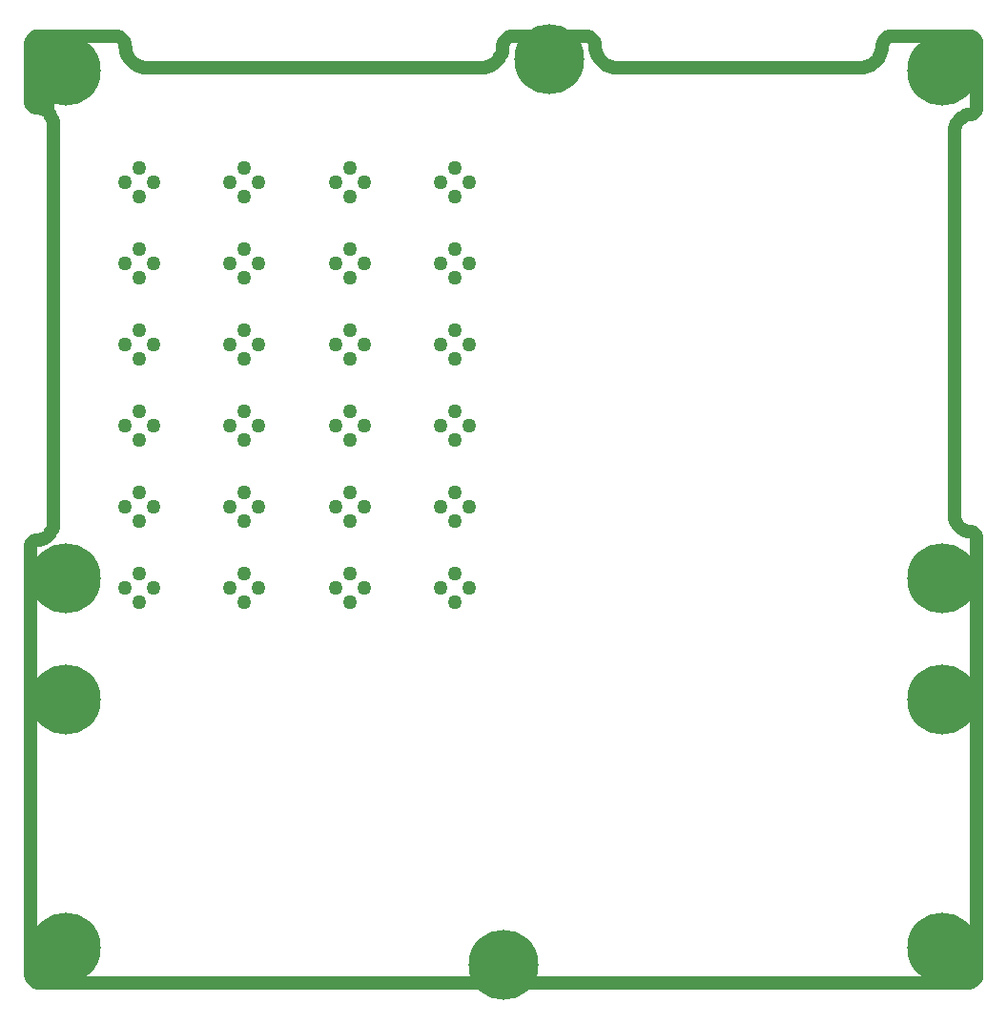
<source format=gbr>
G04*
G04 #@! TF.GenerationSoftware,Altium Limited,Altium Designer,25.8.1 (18)*
G04*
G04 Layer_Color=8388736*
%FSLAX44Y44*%
%MOMM*%
G71*
G04*
G04 #@! TF.SameCoordinates,EA6E8681-586E-412E-AD3A-A28C1D5D0A19*
G04*
G04*
G04 #@! TF.FilePolarity,Negative*
G04*
G01*
G75*
%ADD14C,1.2000*%
%ADD15R,2.3705X2.6588*%
%ADD16R,2.4048X2.1138*%
%ADD17R,2.2408X6.7228*%
%ADD18R,2.4892X2.2352*%
%ADD19C,0.3000*%
%ADD20C,0.8032*%
%ADD21C,1.4032*%
%ADD22C,6.2032*%
%ADD23C,1.2700*%
D14*
X844960Y838000D02*
X844430Y840664D01*
X842922Y842922D01*
X840664Y844430D01*
X838000Y844960D01*
X770000D02*
X767682Y844655D01*
X765523Y843761D01*
X763667Y842339D01*
X762243Y840485D01*
X761347Y838326D01*
X761040Y836009D01*
X742000Y816960D02*
X744485Y817123D01*
X746928Y817609D01*
X749286Y818409D01*
X751520Y819511D01*
X753591Y820895D01*
X755463Y822537D01*
X757105Y824409D01*
X758489Y826480D01*
X759591Y828714D01*
X760391Y831072D01*
X760877Y833515D01*
X761040Y836000D01*
X824960Y420000D02*
X825189Y417388D01*
X825867Y414856D01*
X826975Y412480D01*
X828479Y410332D01*
X830332Y408479D01*
X832480Y406975D01*
X834856Y405867D01*
X837388Y405188D01*
X840000Y404960D01*
X506260Y836009D02*
X505953Y838326D01*
X505057Y840485D01*
X503633Y842339D01*
X501777Y843761D01*
X499618Y844655D01*
X497300Y844960D01*
X506260Y836000D02*
X506423Y833515D01*
X506909Y831072D01*
X507709Y828714D01*
X508811Y826480D01*
X510195Y824409D01*
X511837Y822537D01*
X513709Y820895D01*
X515780Y819511D01*
X518014Y818409D01*
X520372Y817609D01*
X522815Y817123D01*
X525300Y816960D01*
X433300Y844960D02*
X430982Y844655D01*
X428823Y843761D01*
X426967Y842339D01*
X425543Y840485D01*
X424647Y838326D01*
X424340Y836009D01*
X405300Y816960D02*
X407785Y817123D01*
X410228Y817609D01*
X412586Y818409D01*
X414820Y819511D01*
X416891Y820895D01*
X418763Y822537D01*
X420405Y824409D01*
X421789Y826480D01*
X422891Y828714D01*
X423691Y831072D01*
X424177Y833515D01*
X424340Y836000D01*
X844960Y400000D02*
X844296Y402480D01*
X842480Y404296D01*
X840000Y404960D01*
X88960Y836000D02*
X89123Y833515D01*
X89609Y831072D01*
X90409Y828714D01*
X91511Y826480D01*
X92895Y824409D01*
X94537Y822537D01*
X96409Y820895D01*
X98480Y819511D01*
X100714Y818409D01*
X103072Y817609D01*
X105515Y817123D01*
X108000Y816960D01*
X11992Y844960D02*
X9331Y844428D01*
X7076Y842919D01*
X5569Y840662D01*
X5040Y838000D01*
X25040Y766130D02*
X24812Y768742D01*
X24133Y771274D01*
X23025Y773650D01*
X21521Y775798D01*
X19668Y777651D01*
X17520Y779155D01*
X15144Y780263D01*
X12612Y780941D01*
X10000Y781170D01*
X5040Y786130D02*
X5705Y783650D01*
X7520Y781834D01*
X10000Y781170D01*
X10000Y397390D02*
X12612Y397618D01*
X15144Y398297D01*
X17520Y399405D01*
X19668Y400909D01*
X21521Y402762D01*
X23025Y404910D01*
X24133Y407286D01*
X24812Y409818D01*
X25040Y412430D01*
X10000Y397390D02*
X7522Y396727D01*
X5707Y394914D01*
X5040Y392436D01*
X840010Y775040D02*
X842476Y775702D01*
X844286Y777503D01*
X844961Y779965D01*
X839967Y775040D02*
X837364Y774807D01*
X834841Y774127D01*
X832474Y773021D01*
X830334Y771522D01*
X828485Y769674D01*
X826985Y767535D01*
X825877Y765168D01*
X825195Y762646D01*
X824961Y760043D01*
X838011Y5040D02*
X840669Y5572D01*
X842923Y7080D01*
X844429Y9334D01*
X844960Y11992D01*
X88960Y836009D02*
X88653Y838324D01*
X87759Y840482D01*
X86337Y842335D01*
X84484Y843757D01*
X82327Y844653D01*
X80011Y844960D01*
X5040Y11989D02*
X5572Y9331D01*
X7080Y7078D01*
X9334Y5571D01*
X11992Y5040D01*
X844960Y820322D02*
Y838000D01*
Y806322D02*
Y820322D01*
Y780099D02*
Y806322D01*
X824960Y745153D02*
Y759903D01*
Y717153D02*
Y745153D01*
Y661153D02*
Y717153D01*
Y633153D02*
Y661153D01*
Y605154D02*
Y633153D01*
Y563153D02*
Y605154D01*
Y465154D02*
Y563153D01*
X814000Y844960D02*
X838000D01*
X793945D02*
X814000D01*
X770000D02*
X793945D01*
X723989Y816960D02*
X742000D01*
X824960Y451153D02*
Y465154D01*
Y420000D02*
Y451153D01*
X681989Y816960D02*
X723989D01*
X653989D02*
X681989D01*
X639989D02*
X653989D01*
X597989D02*
X639989D01*
X525300D02*
X597989D01*
X471698Y844960D02*
X497300D01*
X457698D02*
X471698D01*
X433300D02*
X457698D01*
X390420Y816960D02*
X405300D01*
X362421D02*
X390420D01*
X844960Y389910D02*
X844960Y400000D01*
X844960Y375910D02*
X844960Y389910D01*
X844960Y364000D02*
X844960Y375910D01*
X844960Y347910D02*
Y364000D01*
Y319910D02*
Y347910D01*
Y249910D02*
Y319910D01*
Y221910D02*
Y249910D01*
Y179910D02*
Y221910D01*
Y123910D02*
Y179910D01*
Y95910D02*
Y123910D01*
Y53910D02*
Y95910D01*
Y36000D02*
Y53910D01*
Y12016D02*
Y36000D01*
X818820Y5040D02*
X837988D01*
X790820D02*
X818820D01*
X734820D02*
X790820D01*
X678820D02*
X734820D01*
X650820D02*
X678820D01*
X608820D02*
X650820D01*
X566820D02*
X608820D01*
X496820D02*
X566820D01*
X454820D02*
X496820D01*
X370820D02*
X454820D01*
X356820Y5040D02*
X370820Y5040D01*
X306420Y816960D02*
X362421D01*
X250420D02*
X306420D01*
X208421D02*
X250420D01*
X180420D02*
X208421D01*
X138420D02*
X180420D01*
X108000D02*
X138420D01*
X54067Y844960D02*
X79977D01*
X26067Y844960D02*
X36000D01*
X40067D02*
X54067Y844960D01*
X36000Y844960D02*
X40067D01*
X12067Y844960D02*
X26067Y844960D01*
X12004Y844960D02*
X12067D01*
X5040Y818915D02*
Y838000D01*
Y786130D02*
Y818915D01*
X25040Y755855D02*
Y766130D01*
Y699855D02*
Y755855D01*
Y671855D02*
Y699855D01*
Y587855D02*
Y671855D01*
X328820Y5040D02*
X356820D01*
X286820D02*
X328820D01*
X230820D02*
X286820D01*
X174820D02*
X230820D01*
X146820D02*
X174820D01*
X90820Y5040D02*
X132820D01*
X48820D02*
X90820D01*
X20820D02*
X48820D01*
X132820D02*
X146820Y5040D01*
X36000Y364000D02*
Y386860D01*
X25040Y531855D02*
Y587855D01*
Y517855D02*
Y531855D01*
Y475855D02*
Y517855D01*
Y433855D02*
Y475855D01*
Y412430D02*
Y433855D01*
X5040Y384984D02*
X5040Y392427D01*
X5040Y258984D02*
Y342984D01*
Y256000D02*
Y258984D01*
Y224080D02*
Y256000D01*
Y364000D02*
Y384984D01*
Y342984D02*
Y364000D01*
X12016Y5040D02*
X20820Y5040D01*
X5040Y202984D02*
Y224080D01*
Y118984D02*
Y202984D01*
Y104984D02*
Y118984D01*
Y34984D02*
Y104984D01*
Y12012D02*
Y34984D01*
D15*
X834140Y832698D02*
D03*
D16*
X833968Y14577D02*
D03*
D17*
X15212Y812378D02*
D03*
D18*
X15240Y16510D02*
D03*
D19*
X5000Y272984D02*
D03*
X821945Y845000D02*
D03*
X845000Y806322D02*
D03*
X832820Y5000D02*
D03*
X804820D02*
D03*
X845000Y53910D02*
D03*
X845000Y263910D02*
D03*
X54067Y845000D02*
D03*
X5000Y804915D02*
D03*
Y832915D02*
D03*
D20*
X825000Y745153D02*
D03*
Y535154D02*
D03*
Y549154D02*
D03*
X825438Y759147D02*
D03*
X807945Y845000D02*
D03*
X832680Y771128D02*
D03*
X844688Y778326D02*
D03*
X835945Y845000D02*
D03*
X845000Y820322D02*
D03*
Y834322D02*
D03*
Y792322D02*
D03*
X527989Y817000D02*
D03*
X555989D02*
D03*
X541989D02*
D03*
X597989D02*
D03*
X611989D02*
D03*
X583989D02*
D03*
X569989D02*
D03*
X667989D02*
D03*
X681989D02*
D03*
X625989D02*
D03*
X653989D02*
D03*
X639989D02*
D03*
X737989D02*
D03*
X695989D02*
D03*
X723989D02*
D03*
X709989D02*
D03*
X457698Y845000D02*
D03*
X471698D02*
D03*
X433227Y845007D02*
D03*
X443698Y845000D02*
D03*
X485698D02*
D03*
X499694Y844649D02*
D03*
X514549Y820922D02*
D03*
X751625Y820170D02*
D03*
X506867Y832626D02*
D03*
X760086Y831324D02*
D03*
X765980Y844023D02*
D03*
X793945Y845000D02*
D03*
X779946D02*
D03*
X825000Y577154D02*
D03*
Y563153D02*
D03*
Y591153D02*
D03*
Y689154D02*
D03*
Y675154D02*
D03*
Y731153D02*
D03*
Y703154D02*
D03*
Y717153D02*
D03*
Y619154D02*
D03*
Y605154D02*
D03*
Y661153D02*
D03*
Y633153D02*
D03*
Y647153D02*
D03*
Y465154D02*
D03*
Y451153D02*
D03*
Y493153D02*
D03*
Y479154D02*
D03*
X830854Y410376D02*
D03*
X843212Y403795D02*
D03*
X825000Y437154D02*
D03*
X825135Y423154D02*
D03*
X825000Y521153D02*
D03*
Y507154D02*
D03*
X762820Y5000D02*
D03*
X720820D02*
D03*
X734820D02*
D03*
X818820D02*
D03*
X776820D02*
D03*
X790820D02*
D03*
X706820D02*
D03*
X844996Y11910D02*
D03*
X845000Y39910D02*
D03*
Y25910D02*
D03*
Y95910D02*
D03*
Y81910D02*
D03*
Y137910D02*
D03*
Y109910D02*
D03*
Y123910D02*
D03*
Y67910D02*
D03*
X845000Y151910D02*
D03*
Y179910D02*
D03*
Y165910D02*
D03*
Y221910D02*
D03*
Y207910D02*
D03*
Y249910D02*
D03*
Y235910D02*
D03*
Y193910D02*
D03*
X845000Y389910D02*
D03*
Y375910D02*
D03*
Y277910D02*
D03*
Y319910D02*
D03*
Y305910D02*
D03*
Y361910D02*
D03*
Y333910D02*
D03*
Y347910D02*
D03*
Y291910D02*
D03*
X89513Y832894D02*
D03*
X68067Y845000D02*
D03*
X12067Y845000D02*
D03*
X40067Y845000D02*
D03*
X26067Y845000D02*
D03*
X82065Y844748D02*
D03*
X166420Y817000D02*
D03*
X306420D02*
D03*
X334421D02*
D03*
X320420D02*
D03*
X390420D02*
D03*
X264421D02*
D03*
X152421D02*
D03*
X180420D02*
D03*
X110421D02*
D03*
X138420D02*
D03*
X124420D02*
D03*
X236420D02*
D03*
X250420D02*
D03*
X194421D02*
D03*
X222421D02*
D03*
X208421D02*
D03*
X362421D02*
D03*
X376421D02*
D03*
X278421D02*
D03*
X348420D02*
D03*
X292421D02*
D03*
X404421Y817014D02*
D03*
X417475Y822071D02*
D03*
X424061Y834425D02*
D03*
X608820Y5000D02*
D03*
X622820D02*
D03*
X580820D02*
D03*
X594820D02*
D03*
X678820D02*
D03*
X692820D02*
D03*
X636820D02*
D03*
X664820D02*
D03*
X650820D02*
D03*
X496820Y5000D02*
D03*
X510820D02*
D03*
X482820D02*
D03*
X468820D02*
D03*
X552820D02*
D03*
X566820Y5000D02*
D03*
X524820Y5000D02*
D03*
X538820D02*
D03*
X748820Y5000D02*
D03*
X5000Y244984D02*
D03*
Y230984D02*
D03*
Y258984D02*
D03*
Y202984D02*
D03*
Y216984D02*
D03*
Y34984D02*
D03*
Y104984D02*
D03*
Y118984D02*
D03*
Y48984D02*
D03*
Y90984D02*
D03*
Y146984D02*
D03*
Y132984D02*
D03*
Y188984D02*
D03*
Y160984D02*
D03*
Y174984D02*
D03*
X6982Y7125D02*
D03*
X20820Y5000D02*
D03*
X34820D02*
D03*
X48820D02*
D03*
X5000Y20984D02*
D03*
Y76984D02*
D03*
Y62984D02*
D03*
Y300984D02*
D03*
Y286984D02*
D03*
Y328984D02*
D03*
Y314984D02*
D03*
Y356984D02*
D03*
Y342984D02*
D03*
Y370984D02*
D03*
X25000Y475855D02*
D03*
Y685855D02*
D03*
Y699855D02*
D03*
X5000Y790915D02*
D03*
X13392Y779709D02*
D03*
X23223Y769742D02*
D03*
X25000Y559855D02*
D03*
Y545855D02*
D03*
Y587855D02*
D03*
Y573855D02*
D03*
Y503855D02*
D03*
Y461855D02*
D03*
Y531855D02*
D03*
Y517855D02*
D03*
Y629855D02*
D03*
Y615855D02*
D03*
Y671855D02*
D03*
Y643855D02*
D03*
Y657855D02*
D03*
Y601855D02*
D03*
X5000Y818915D02*
D03*
X97029Y821082D02*
D03*
X5000Y384984D02*
D03*
X10583Y397822D02*
D03*
X21777Y406231D02*
D03*
X25000Y447855D02*
D03*
Y419855D02*
D03*
Y433855D02*
D03*
X160820Y5000D02*
D03*
X174820D02*
D03*
X132820D02*
D03*
X146820D02*
D03*
X188820D02*
D03*
X62820D02*
D03*
X104820D02*
D03*
X118820D02*
D03*
X76820D02*
D03*
X90820D02*
D03*
X328820Y5000D02*
D03*
X342820D02*
D03*
X300820D02*
D03*
X314820D02*
D03*
X384820D02*
D03*
X356820D02*
D03*
X370820D02*
D03*
X244820Y5000D02*
D03*
X258820D02*
D03*
X202820D02*
D03*
X230820D02*
D03*
X216820D02*
D03*
X272820D02*
D03*
X286820Y5000D02*
D03*
X25000Y727855D02*
D03*
Y713855D02*
D03*
Y755855D02*
D03*
Y741855D02*
D03*
Y489855D02*
D03*
D21*
X814000Y791140D02*
D03*
X830164Y797835D02*
D03*
Y830164D02*
D03*
X814000Y836860D02*
D03*
X836860Y814000D02*
D03*
X465298Y801140D02*
D03*
X449133Y807835D02*
D03*
X481462D02*
D03*
X797835Y797835D02*
D03*
X791140Y814000D02*
D03*
X442438Y824000D02*
D03*
X488158D02*
D03*
X449133Y840164D02*
D03*
X481462D02*
D03*
X465298Y846860D02*
D03*
X797835Y830164D02*
D03*
X814000Y13140D02*
D03*
X791140Y36000D02*
D03*
X830164Y19835D02*
D03*
X797835D02*
D03*
X836860Y36000D02*
D03*
X797835Y52165D02*
D03*
X814000Y233140D02*
D03*
X791140Y256000D02*
D03*
X797835Y239835D02*
D03*
X814000Y58860D02*
D03*
X830164Y52165D02*
D03*
Y272164D02*
D03*
Y239835D02*
D03*
X836860Y256000D02*
D03*
X797835Y347836D02*
D03*
Y272164D02*
D03*
X791140Y364000D02*
D03*
X797835Y380164D02*
D03*
X814000Y386860D02*
D03*
Y341140D02*
D03*
Y278860D02*
D03*
X830164Y380164D02*
D03*
Y347836D02*
D03*
X836860Y364000D02*
D03*
X52165Y830164D02*
D03*
X36000Y13140D02*
D03*
X13140Y36000D02*
D03*
X19835Y239835D02*
D03*
Y52165D02*
D03*
Y19835D02*
D03*
X36000Y233140D02*
D03*
Y58860D02*
D03*
X52165Y239835D02*
D03*
X36000Y791140D02*
D03*
X52165Y797835D02*
D03*
X13140Y814000D02*
D03*
X19835Y830164D02*
D03*
Y797835D02*
D03*
X58860Y814000D02*
D03*
X36000Y836860D02*
D03*
X13140Y256000D02*
D03*
X19835Y347836D02*
D03*
X13140Y364000D02*
D03*
X19835Y380164D02*
D03*
Y272164D02*
D03*
X36000Y278860D02*
D03*
Y341140D02*
D03*
Y386860D02*
D03*
X52165Y19835D02*
D03*
X58860Y36000D02*
D03*
X52165Y52165D02*
D03*
X58860Y256000D02*
D03*
X52165Y272164D02*
D03*
Y347836D02*
D03*
X58860Y364000D02*
D03*
X52165Y380164D02*
D03*
D22*
X425000Y21000D02*
D03*
X36000Y364000D02*
D03*
Y256000D02*
D03*
Y36000D02*
D03*
X814000D02*
D03*
Y256000D02*
D03*
Y364000D02*
D03*
Y814000D02*
D03*
X465298Y824000D02*
D03*
X36000Y814000D02*
D03*
D23*
X381420Y702300D02*
D03*
Y558300D02*
D03*
Y486300D02*
D03*
Y630300D02*
D03*
X288080D02*
D03*
Y702300D02*
D03*
X194740Y630300D02*
D03*
Y702300D02*
D03*
X288080Y558300D02*
D03*
X194740Y486300D02*
D03*
X288080D02*
D03*
X194740Y558300D02*
D03*
X101400Y486300D02*
D03*
Y702300D02*
D03*
Y630300D02*
D03*
Y558300D02*
D03*
X381420Y342300D02*
D03*
Y414300D02*
D03*
X288080D02*
D03*
Y342300D02*
D03*
X194740Y414300D02*
D03*
Y342300D02*
D03*
X101400D02*
D03*
Y414300D02*
D03*
X275380Y643000D02*
D03*
X368720Y715000D02*
D03*
X88700Y643000D02*
D03*
Y715000D02*
D03*
X182040Y643000D02*
D03*
X275380Y715000D02*
D03*
X368720Y643000D02*
D03*
X182040Y715000D02*
D03*
X275380Y355000D02*
D03*
X288080Y367700D02*
D03*
X300780Y355000D02*
D03*
X182040D02*
D03*
X194740Y367700D02*
D03*
X207440Y355000D02*
D03*
X88700D02*
D03*
X381420Y727700D02*
D03*
X394120Y715000D02*
D03*
X300780Y571000D02*
D03*
X288080Y583700D02*
D03*
X275380Y571000D02*
D03*
X207440D02*
D03*
X194740Y583700D02*
D03*
X182040Y571000D02*
D03*
X114100D02*
D03*
X101400Y583700D02*
D03*
X88700Y571000D02*
D03*
X394120Y499000D02*
D03*
X381420Y511700D02*
D03*
X368720Y499000D02*
D03*
X114100D02*
D03*
X101400Y511700D02*
D03*
X88700Y499000D02*
D03*
X300780D02*
D03*
X288080Y511700D02*
D03*
X275380Y499000D02*
D03*
X182040D02*
D03*
X194740Y511700D02*
D03*
X207440Y499000D02*
D03*
X394120Y427000D02*
D03*
X381420Y439700D02*
D03*
X368720Y427000D02*
D03*
X300780D02*
D03*
X288080Y439700D02*
D03*
X275380Y427000D02*
D03*
X182040D02*
D03*
X194740Y439700D02*
D03*
X207440Y427000D02*
D03*
X288080Y727700D02*
D03*
X300780Y715000D02*
D03*
X88700Y427000D02*
D03*
X101400Y439700D02*
D03*
X114100Y427000D02*
D03*
X368720Y355000D02*
D03*
X381420Y367700D02*
D03*
X394120Y355000D02*
D03*
X101400Y367700D02*
D03*
X114100Y355000D02*
D03*
X207440Y715000D02*
D03*
X194740Y727700D02*
D03*
X381420Y655700D02*
D03*
X394120Y643000D02*
D03*
X114100D02*
D03*
X101400Y655700D02*
D03*
X207440Y643000D02*
D03*
X194740Y655700D02*
D03*
X368720Y571000D02*
D03*
X381420Y583700D02*
D03*
X394120Y571000D02*
D03*
X300780Y643000D02*
D03*
X288080Y655700D02*
D03*
X114100Y715000D02*
D03*
X101400Y727700D02*
D03*
M02*

</source>
